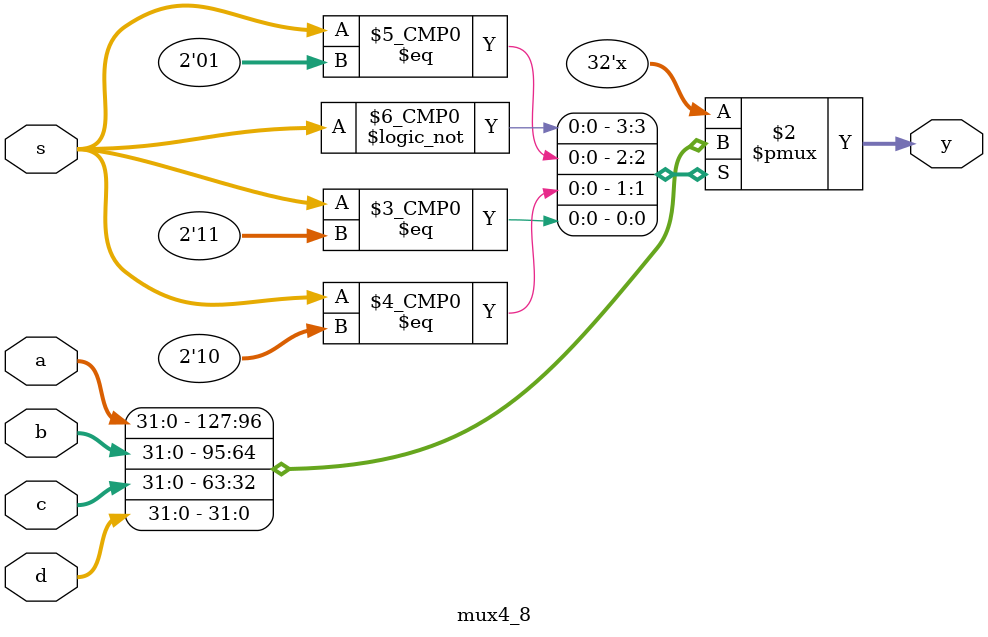
<source format=v>
`timescale 1ns / 1ps


module mux4_8
    #(parameter WIDTH = 32)
    (output reg [WIDTH - 1:0] y, 
    input [WIDTH - 1:0] a, b, c, d, 
    input [1:0] s
    );
always @(*) begin
    case (s)
        0: y = a;
        1: y = b;
        2: y = c;
        3: y = d; 
    endcase
end
endmodule
</source>
